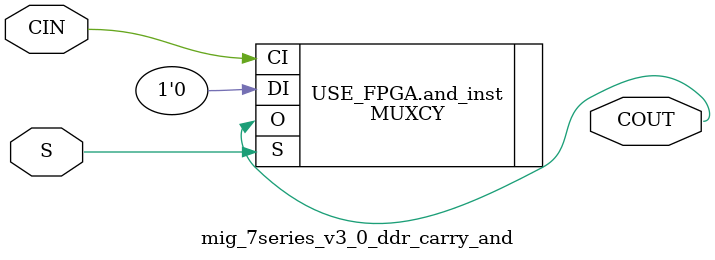
<source format=v>
`timescale 1ps/1ps


module mig_7series_v3_0_ddr_carry_and #
  (
   parameter         C_FAMILY                         = "virtex6"
                       // FPGA Family. Current version: virtex6 or spartan6.
   )
  (
   input  wire        CIN,
   input  wire        S,
   output wire        COUT
   );
  
  
  /////////////////////////////////////////////////////////////////////////////
  // Variables for generating parameter controlled instances.
  /////////////////////////////////////////////////////////////////////////////
  
  
  /////////////////////////////////////////////////////////////////////////////
  // Local params
  /////////////////////////////////////////////////////////////////////////////
  
  
  /////////////////////////////////////////////////////////////////////////////
  // Functions
  /////////////////////////////////////////////////////////////////////////////
  
  
  /////////////////////////////////////////////////////////////////////////////
  // Internal signals
  /////////////////////////////////////////////////////////////////////////////

  
  /////////////////////////////////////////////////////////////////////////////
  // Instantiate or use RTL code
  /////////////////////////////////////////////////////////////////////////////
  
  generate
    if ( C_FAMILY == "rtl" ) begin : USE_RTL
      assign COUT = CIN & S;
      
    end else begin : USE_FPGA
      MUXCY and_inst 
      (
       .O (COUT), 
       .CI (CIN), 
       .DI (1'b0), 
       .S (S)
      ); 
      
    end
  endgenerate
  
  
endmodule

</source>
